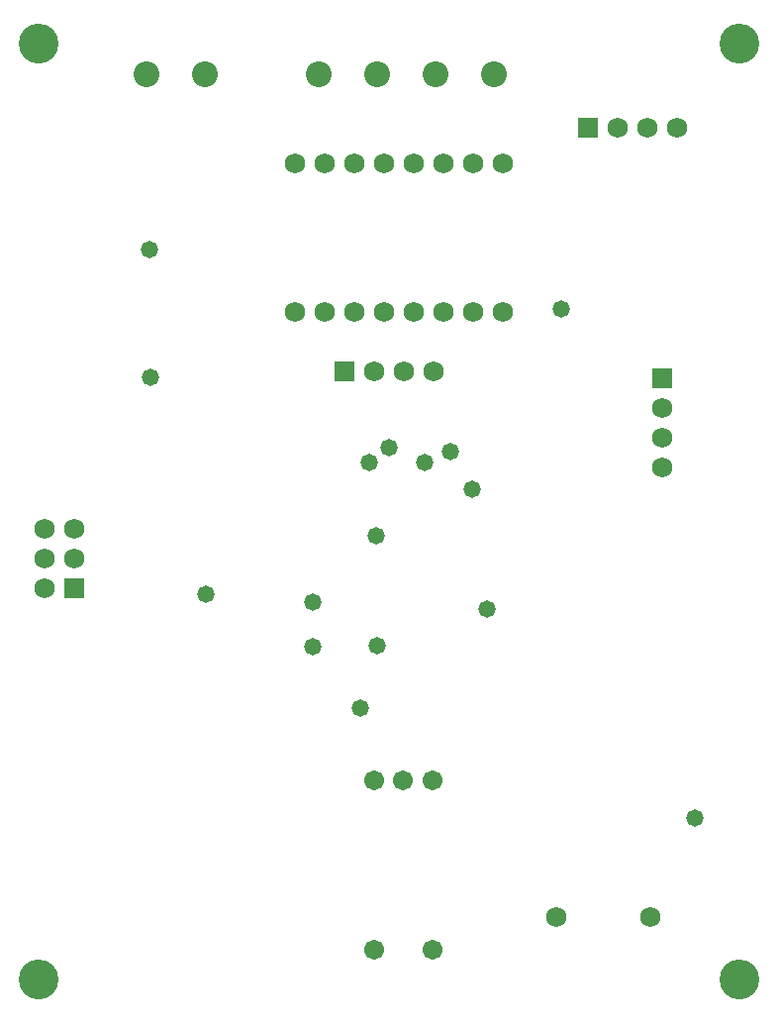
<source format=gbs>
%FSTAX23Y23*%
%MOIN*%
%SFA1B1*%

%IPPOS*%
%ADD43C,0.068000*%
%ADD44R,0.070990X0.070990*%
%ADD45C,0.067370*%
%ADD46R,0.070990X0.070990*%
%ADD47C,0.086740*%
%ADD48C,0.058000*%
%ADD49C,0.133980*%
%LNpunkcontroller-pcb-1*%
%LPD*%
G54D43*
X02249Y02965D03*
X02149D03*
X02049D03*
X00961Y02847D03*
X01061D03*
X01161D03*
X01261D03*
X01361D03*
X01461D03*
X01561D03*
X01661D03*
Y02347D03*
X01561D03*
X01461D03*
X01361D03*
X01261D03*
X01161D03*
X01061D03*
X00961D03*
X02158Y00308D03*
X01843D03*
X02199Y02022D03*
Y01922D03*
Y01822D03*
X00219Y01517D03*
Y01617D03*
X00119Y01417D03*
Y01517D03*
Y01617D03*
X01229Y02145D03*
X01329D03*
X01429D03*
G54D44*
X01949Y02965D03*
X00219Y01417D03*
X01129Y02145D03*
G54D45*
X01228Y00198D03*
X01425D03*
Y00769D03*
X01326D03*
X01228D03*
G54D46*
X02199Y02122D03*
G54D47*
X01633Y03147D03*
X01436D03*
X01239D03*
X01041D03*
X00462D03*
X00659D03*
G54D48*
X00661Y01397D03*
X00472Y02555D03*
X00474Y02125D03*
X0186Y02354D03*
X01397Y01838D03*
X01278Y0189D03*
X01236Y01593D03*
X01559Y0175D03*
X01486Y01875D03*
X01021Y01369D03*
Y01219D03*
X0124Y01221D03*
X02309Y00642D03*
X01608Y01344D03*
X01212Y01838D03*
X01181Y01013D03*
G54D49*
X0246Y03248D03*
Y00098D03*
X00098D03*
Y03248D03*
M02*
</source>
